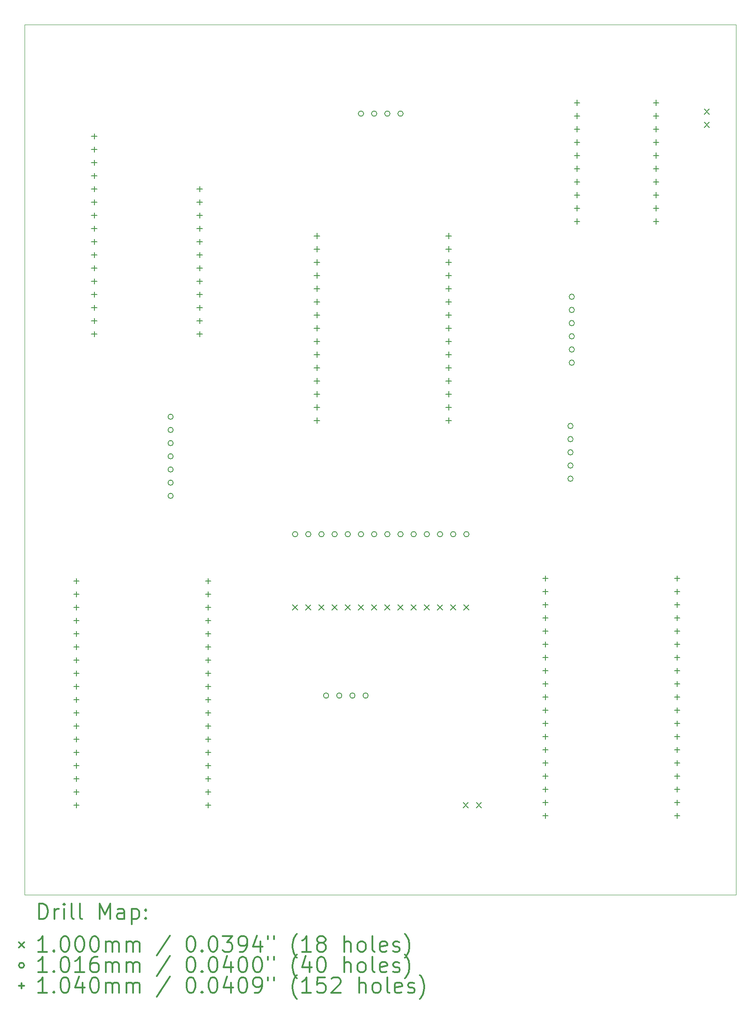
<source format=gbr>
%FSLAX45Y45*%
G04 Gerber Fmt 4.5, Leading zero omitted, Abs format (unit mm)*
G04 Created by KiCad (PCBNEW 5.99.0+really5.1.10+dfsg1-1) date 2021-09-08 20:42:58*
%MOMM*%
%LPD*%
G01*
G04 APERTURE LIST*
%TA.AperFunction,Profile*%
%ADD10C,0.100000*%
%TD*%
%ADD11C,0.200000*%
%ADD12C,0.300000*%
G04 APERTURE END LIST*
D10*
X3556000Y-19304000D02*
X3556000Y-2540000D01*
X17272000Y-19304000D02*
X3556000Y-19304000D01*
X17272000Y-2540000D02*
X17272000Y-19304000D01*
X3556000Y-2540000D02*
X17272000Y-2540000D01*
D11*
X8725700Y-13716800D02*
X8825700Y-13816800D01*
X8825700Y-13716800D02*
X8725700Y-13816800D01*
X8979700Y-13716800D02*
X9079700Y-13816800D01*
X9079700Y-13716800D02*
X8979700Y-13816800D01*
X9233700Y-13716800D02*
X9333700Y-13816800D01*
X9333700Y-13716800D02*
X9233700Y-13816800D01*
X9487700Y-13716800D02*
X9587700Y-13816800D01*
X9587700Y-13716800D02*
X9487700Y-13816800D01*
X9741700Y-13716800D02*
X9841700Y-13816800D01*
X9841700Y-13716800D02*
X9741700Y-13816800D01*
X9995700Y-13716800D02*
X10095700Y-13816800D01*
X10095700Y-13716800D02*
X9995700Y-13816800D01*
X10249700Y-13716800D02*
X10349700Y-13816800D01*
X10349700Y-13716800D02*
X10249700Y-13816800D01*
X10503700Y-13716800D02*
X10603700Y-13816800D01*
X10603700Y-13716800D02*
X10503700Y-13816800D01*
X10757700Y-13716800D02*
X10857700Y-13816800D01*
X10857700Y-13716800D02*
X10757700Y-13816800D01*
X11011700Y-13716800D02*
X11111700Y-13816800D01*
X11111700Y-13716800D02*
X11011700Y-13816800D01*
X11265700Y-13716800D02*
X11365700Y-13816800D01*
X11365700Y-13716800D02*
X11265700Y-13816800D01*
X11519700Y-13716800D02*
X11619700Y-13816800D01*
X11619700Y-13716800D02*
X11519700Y-13816800D01*
X11773700Y-13716800D02*
X11873700Y-13816800D01*
X11873700Y-13716800D02*
X11773700Y-13816800D01*
X12015000Y-17526800D02*
X12115000Y-17626800D01*
X12115000Y-17526800D02*
X12015000Y-17626800D01*
X12027700Y-13716800D02*
X12127700Y-13816800D01*
X12127700Y-13716800D02*
X12027700Y-13816800D01*
X12269000Y-17526800D02*
X12369000Y-17626800D01*
X12369000Y-17526800D02*
X12269000Y-17626800D01*
X16663200Y-4166400D02*
X16763200Y-4266400D01*
X16763200Y-4166400D02*
X16663200Y-4266400D01*
X16663200Y-4420400D02*
X16763200Y-4520400D01*
X16763200Y-4420400D02*
X16663200Y-4520400D01*
X6426200Y-10096500D02*
G75*
G03*
X6426200Y-10096500I-50800J0D01*
G01*
X6426200Y-10350500D02*
G75*
G03*
X6426200Y-10350500I-50800J0D01*
G01*
X6426200Y-10604500D02*
G75*
G03*
X6426200Y-10604500I-50800J0D01*
G01*
X6426200Y-10858500D02*
G75*
G03*
X6426200Y-10858500I-50800J0D01*
G01*
X6426200Y-11112500D02*
G75*
G03*
X6426200Y-11112500I-50800J0D01*
G01*
X6426200Y-11366500D02*
G75*
G03*
X6426200Y-11366500I-50800J0D01*
G01*
X6426200Y-11620500D02*
G75*
G03*
X6426200Y-11620500I-50800J0D01*
G01*
X8826500Y-12359132D02*
G75*
G03*
X8826500Y-12359132I-50800J0D01*
G01*
X9080500Y-12359132D02*
G75*
G03*
X9080500Y-12359132I-50800J0D01*
G01*
X9334500Y-12359132D02*
G75*
G03*
X9334500Y-12359132I-50800J0D01*
G01*
X9423400Y-15468600D02*
G75*
G03*
X9423400Y-15468600I-50800J0D01*
G01*
X9588500Y-12359132D02*
G75*
G03*
X9588500Y-12359132I-50800J0D01*
G01*
X9677400Y-15468600D02*
G75*
G03*
X9677400Y-15468600I-50800J0D01*
G01*
X9842500Y-12359132D02*
G75*
G03*
X9842500Y-12359132I-50800J0D01*
G01*
X9931400Y-15468600D02*
G75*
G03*
X9931400Y-15468600I-50800J0D01*
G01*
X10096500Y-4256532D02*
G75*
G03*
X10096500Y-4256532I-50800J0D01*
G01*
X10096500Y-12359132D02*
G75*
G03*
X10096500Y-12359132I-50800J0D01*
G01*
X10185400Y-15468600D02*
G75*
G03*
X10185400Y-15468600I-50800J0D01*
G01*
X10350500Y-4256532D02*
G75*
G03*
X10350500Y-4256532I-50800J0D01*
G01*
X10350500Y-12359132D02*
G75*
G03*
X10350500Y-12359132I-50800J0D01*
G01*
X10604500Y-4256532D02*
G75*
G03*
X10604500Y-4256532I-50800J0D01*
G01*
X10604500Y-12359132D02*
G75*
G03*
X10604500Y-12359132I-50800J0D01*
G01*
X10858500Y-4256532D02*
G75*
G03*
X10858500Y-4256532I-50800J0D01*
G01*
X10858500Y-12359132D02*
G75*
G03*
X10858500Y-12359132I-50800J0D01*
G01*
X11112500Y-12359132D02*
G75*
G03*
X11112500Y-12359132I-50800J0D01*
G01*
X11366500Y-12359132D02*
G75*
G03*
X11366500Y-12359132I-50800J0D01*
G01*
X11620500Y-12359132D02*
G75*
G03*
X11620500Y-12359132I-50800J0D01*
G01*
X11874500Y-12359132D02*
G75*
G03*
X11874500Y-12359132I-50800J0D01*
G01*
X12128500Y-12359132D02*
G75*
G03*
X12128500Y-12359132I-50800J0D01*
G01*
X14135100Y-10274300D02*
G75*
G03*
X14135100Y-10274300I-50800J0D01*
G01*
X14135100Y-10528300D02*
G75*
G03*
X14135100Y-10528300I-50800J0D01*
G01*
X14135100Y-10782300D02*
G75*
G03*
X14135100Y-10782300I-50800J0D01*
G01*
X14135100Y-11036300D02*
G75*
G03*
X14135100Y-11036300I-50800J0D01*
G01*
X14135100Y-11290300D02*
G75*
G03*
X14135100Y-11290300I-50800J0D01*
G01*
X14160500Y-7785100D02*
G75*
G03*
X14160500Y-7785100I-50800J0D01*
G01*
X14160500Y-8039100D02*
G75*
G03*
X14160500Y-8039100I-50800J0D01*
G01*
X14160500Y-8293100D02*
G75*
G03*
X14160500Y-8293100I-50800J0D01*
G01*
X14160500Y-8547100D02*
G75*
G03*
X14160500Y-8547100I-50800J0D01*
G01*
X14160500Y-8801100D02*
G75*
G03*
X14160500Y-8801100I-50800J0D01*
G01*
X14160500Y-9055100D02*
G75*
G03*
X14160500Y-9055100I-50800J0D01*
G01*
X4559300Y-13212000D02*
X4559300Y-13316000D01*
X4507300Y-13264000D02*
X4611300Y-13264000D01*
X4559300Y-13466000D02*
X4559300Y-13570000D01*
X4507300Y-13518000D02*
X4611300Y-13518000D01*
X4559300Y-13720000D02*
X4559300Y-13824000D01*
X4507300Y-13772000D02*
X4611300Y-13772000D01*
X4559300Y-13974000D02*
X4559300Y-14078000D01*
X4507300Y-14026000D02*
X4611300Y-14026000D01*
X4559300Y-14228000D02*
X4559300Y-14332000D01*
X4507300Y-14280000D02*
X4611300Y-14280000D01*
X4559300Y-14482000D02*
X4559300Y-14586000D01*
X4507300Y-14534000D02*
X4611300Y-14534000D01*
X4559300Y-14736000D02*
X4559300Y-14840000D01*
X4507300Y-14788000D02*
X4611300Y-14788000D01*
X4559300Y-14990000D02*
X4559300Y-15094000D01*
X4507300Y-15042000D02*
X4611300Y-15042000D01*
X4559300Y-15244000D02*
X4559300Y-15348000D01*
X4507300Y-15296000D02*
X4611300Y-15296000D01*
X4559300Y-15498000D02*
X4559300Y-15602000D01*
X4507300Y-15550000D02*
X4611300Y-15550000D01*
X4559300Y-15752000D02*
X4559300Y-15856000D01*
X4507300Y-15804000D02*
X4611300Y-15804000D01*
X4559300Y-16006000D02*
X4559300Y-16110000D01*
X4507300Y-16058000D02*
X4611300Y-16058000D01*
X4559300Y-16260000D02*
X4559300Y-16364000D01*
X4507300Y-16312000D02*
X4611300Y-16312000D01*
X4559300Y-16514000D02*
X4559300Y-16618000D01*
X4507300Y-16566000D02*
X4611300Y-16566000D01*
X4559300Y-16768000D02*
X4559300Y-16872000D01*
X4507300Y-16820000D02*
X4611300Y-16820000D01*
X4559300Y-17022000D02*
X4559300Y-17126000D01*
X4507300Y-17074000D02*
X4611300Y-17074000D01*
X4559300Y-17276000D02*
X4559300Y-17380000D01*
X4507300Y-17328000D02*
X4611300Y-17328000D01*
X4559300Y-17530000D02*
X4559300Y-17634000D01*
X4507300Y-17582000D02*
X4611300Y-17582000D01*
X4902200Y-4641800D02*
X4902200Y-4745800D01*
X4850200Y-4693800D02*
X4954200Y-4693800D01*
X4902200Y-4895800D02*
X4902200Y-4999800D01*
X4850200Y-4947800D02*
X4954200Y-4947800D01*
X4902200Y-5149800D02*
X4902200Y-5253800D01*
X4850200Y-5201800D02*
X4954200Y-5201800D01*
X4902200Y-5403800D02*
X4902200Y-5507800D01*
X4850200Y-5455800D02*
X4954200Y-5455800D01*
X4902200Y-5657800D02*
X4902200Y-5761800D01*
X4850200Y-5709800D02*
X4954200Y-5709800D01*
X4902200Y-5911800D02*
X4902200Y-6015800D01*
X4850200Y-5963800D02*
X4954200Y-5963800D01*
X4902200Y-6165800D02*
X4902200Y-6269800D01*
X4850200Y-6217800D02*
X4954200Y-6217800D01*
X4902200Y-6419800D02*
X4902200Y-6523800D01*
X4850200Y-6471800D02*
X4954200Y-6471800D01*
X4902200Y-6673800D02*
X4902200Y-6777800D01*
X4850200Y-6725800D02*
X4954200Y-6725800D01*
X4902200Y-6927800D02*
X4902200Y-7031800D01*
X4850200Y-6979800D02*
X4954200Y-6979800D01*
X4902200Y-7181800D02*
X4902200Y-7285800D01*
X4850200Y-7233800D02*
X4954200Y-7233800D01*
X4902200Y-7435800D02*
X4902200Y-7539800D01*
X4850200Y-7487800D02*
X4954200Y-7487800D01*
X4902200Y-7689800D02*
X4902200Y-7793800D01*
X4850200Y-7741800D02*
X4954200Y-7741800D01*
X4902200Y-7943800D02*
X4902200Y-8047800D01*
X4850200Y-7995800D02*
X4954200Y-7995800D01*
X4902200Y-8197800D02*
X4902200Y-8301800D01*
X4850200Y-8249800D02*
X4954200Y-8249800D01*
X4902200Y-8451800D02*
X4902200Y-8555800D01*
X4850200Y-8503800D02*
X4954200Y-8503800D01*
X6934200Y-5657800D02*
X6934200Y-5761800D01*
X6882200Y-5709800D02*
X6986200Y-5709800D01*
X6934200Y-5911800D02*
X6934200Y-6015800D01*
X6882200Y-5963800D02*
X6986200Y-5963800D01*
X6934200Y-6165800D02*
X6934200Y-6269800D01*
X6882200Y-6217800D02*
X6986200Y-6217800D01*
X6934200Y-6419800D02*
X6934200Y-6523800D01*
X6882200Y-6471800D02*
X6986200Y-6471800D01*
X6934200Y-6673800D02*
X6934200Y-6777800D01*
X6882200Y-6725800D02*
X6986200Y-6725800D01*
X6934200Y-6927800D02*
X6934200Y-7031800D01*
X6882200Y-6979800D02*
X6986200Y-6979800D01*
X6934200Y-7181800D02*
X6934200Y-7285800D01*
X6882200Y-7233800D02*
X6986200Y-7233800D01*
X6934200Y-7435800D02*
X6934200Y-7539800D01*
X6882200Y-7487800D02*
X6986200Y-7487800D01*
X6934200Y-7689800D02*
X6934200Y-7793800D01*
X6882200Y-7741800D02*
X6986200Y-7741800D01*
X6934200Y-7943800D02*
X6934200Y-8047800D01*
X6882200Y-7995800D02*
X6986200Y-7995800D01*
X6934200Y-8197800D02*
X6934200Y-8301800D01*
X6882200Y-8249800D02*
X6986200Y-8249800D01*
X6934200Y-8451800D02*
X6934200Y-8555800D01*
X6882200Y-8503800D02*
X6986200Y-8503800D01*
X7099300Y-13212000D02*
X7099300Y-13316000D01*
X7047300Y-13264000D02*
X7151300Y-13264000D01*
X7099300Y-13466000D02*
X7099300Y-13570000D01*
X7047300Y-13518000D02*
X7151300Y-13518000D01*
X7099300Y-13720000D02*
X7099300Y-13824000D01*
X7047300Y-13772000D02*
X7151300Y-13772000D01*
X7099300Y-13974000D02*
X7099300Y-14078000D01*
X7047300Y-14026000D02*
X7151300Y-14026000D01*
X7099300Y-14228000D02*
X7099300Y-14332000D01*
X7047300Y-14280000D02*
X7151300Y-14280000D01*
X7099300Y-14482000D02*
X7099300Y-14586000D01*
X7047300Y-14534000D02*
X7151300Y-14534000D01*
X7099300Y-14736000D02*
X7099300Y-14840000D01*
X7047300Y-14788000D02*
X7151300Y-14788000D01*
X7099300Y-14990000D02*
X7099300Y-15094000D01*
X7047300Y-15042000D02*
X7151300Y-15042000D01*
X7099300Y-15244000D02*
X7099300Y-15348000D01*
X7047300Y-15296000D02*
X7151300Y-15296000D01*
X7099300Y-15498000D02*
X7099300Y-15602000D01*
X7047300Y-15550000D02*
X7151300Y-15550000D01*
X7099300Y-15752000D02*
X7099300Y-15856000D01*
X7047300Y-15804000D02*
X7151300Y-15804000D01*
X7099300Y-16006000D02*
X7099300Y-16110000D01*
X7047300Y-16058000D02*
X7151300Y-16058000D01*
X7099300Y-16260000D02*
X7099300Y-16364000D01*
X7047300Y-16312000D02*
X7151300Y-16312000D01*
X7099300Y-16514000D02*
X7099300Y-16618000D01*
X7047300Y-16566000D02*
X7151300Y-16566000D01*
X7099300Y-16768000D02*
X7099300Y-16872000D01*
X7047300Y-16820000D02*
X7151300Y-16820000D01*
X7099300Y-17022000D02*
X7099300Y-17126000D01*
X7047300Y-17074000D02*
X7151300Y-17074000D01*
X7099300Y-17276000D02*
X7099300Y-17380000D01*
X7047300Y-17328000D02*
X7151300Y-17328000D01*
X7099300Y-17530000D02*
X7099300Y-17634000D01*
X7047300Y-17582000D02*
X7151300Y-17582000D01*
X9194800Y-6559500D02*
X9194800Y-6663500D01*
X9142800Y-6611500D02*
X9246800Y-6611500D01*
X9194800Y-6813500D02*
X9194800Y-6917500D01*
X9142800Y-6865500D02*
X9246800Y-6865500D01*
X9194800Y-7067500D02*
X9194800Y-7171500D01*
X9142800Y-7119500D02*
X9246800Y-7119500D01*
X9194800Y-7321500D02*
X9194800Y-7425500D01*
X9142800Y-7373500D02*
X9246800Y-7373500D01*
X9194800Y-7575500D02*
X9194800Y-7679500D01*
X9142800Y-7627500D02*
X9246800Y-7627500D01*
X9194800Y-7829500D02*
X9194800Y-7933500D01*
X9142800Y-7881500D02*
X9246800Y-7881500D01*
X9194800Y-8083500D02*
X9194800Y-8187500D01*
X9142800Y-8135500D02*
X9246800Y-8135500D01*
X9194800Y-8337500D02*
X9194800Y-8441500D01*
X9142800Y-8389500D02*
X9246800Y-8389500D01*
X9194800Y-8591500D02*
X9194800Y-8695500D01*
X9142800Y-8643500D02*
X9246800Y-8643500D01*
X9194800Y-8845500D02*
X9194800Y-8949500D01*
X9142800Y-8897500D02*
X9246800Y-8897500D01*
X9194800Y-9099500D02*
X9194800Y-9203500D01*
X9142800Y-9151500D02*
X9246800Y-9151500D01*
X9194800Y-9353500D02*
X9194800Y-9457500D01*
X9142800Y-9405500D02*
X9246800Y-9405500D01*
X9194800Y-9607500D02*
X9194800Y-9711500D01*
X9142800Y-9659500D02*
X9246800Y-9659500D01*
X9194800Y-9861500D02*
X9194800Y-9965500D01*
X9142800Y-9913500D02*
X9246800Y-9913500D01*
X9194800Y-10115500D02*
X9194800Y-10219500D01*
X9142800Y-10167500D02*
X9246800Y-10167500D01*
X11734800Y-6559500D02*
X11734800Y-6663500D01*
X11682800Y-6611500D02*
X11786800Y-6611500D01*
X11734800Y-6813500D02*
X11734800Y-6917500D01*
X11682800Y-6865500D02*
X11786800Y-6865500D01*
X11734800Y-7067500D02*
X11734800Y-7171500D01*
X11682800Y-7119500D02*
X11786800Y-7119500D01*
X11734800Y-7321500D02*
X11734800Y-7425500D01*
X11682800Y-7373500D02*
X11786800Y-7373500D01*
X11734800Y-7575500D02*
X11734800Y-7679500D01*
X11682800Y-7627500D02*
X11786800Y-7627500D01*
X11734800Y-7829500D02*
X11734800Y-7933500D01*
X11682800Y-7881500D02*
X11786800Y-7881500D01*
X11734800Y-8083500D02*
X11734800Y-8187500D01*
X11682800Y-8135500D02*
X11786800Y-8135500D01*
X11734800Y-8337500D02*
X11734800Y-8441500D01*
X11682800Y-8389500D02*
X11786800Y-8389500D01*
X11734800Y-8591500D02*
X11734800Y-8695500D01*
X11682800Y-8643500D02*
X11786800Y-8643500D01*
X11734800Y-8845500D02*
X11734800Y-8949500D01*
X11682800Y-8897500D02*
X11786800Y-8897500D01*
X11734800Y-9099500D02*
X11734800Y-9203500D01*
X11682800Y-9151500D02*
X11786800Y-9151500D01*
X11734800Y-9353500D02*
X11734800Y-9457500D01*
X11682800Y-9405500D02*
X11786800Y-9405500D01*
X11734800Y-9607500D02*
X11734800Y-9711500D01*
X11682800Y-9659500D02*
X11786800Y-9659500D01*
X11734800Y-9861500D02*
X11734800Y-9965500D01*
X11682800Y-9913500D02*
X11786800Y-9913500D01*
X11734800Y-10115500D02*
X11734800Y-10219500D01*
X11682800Y-10167500D02*
X11786800Y-10167500D01*
X13601700Y-13161200D02*
X13601700Y-13265200D01*
X13549700Y-13213200D02*
X13653700Y-13213200D01*
X13601700Y-13415200D02*
X13601700Y-13519200D01*
X13549700Y-13467200D02*
X13653700Y-13467200D01*
X13601700Y-13669200D02*
X13601700Y-13773200D01*
X13549700Y-13721200D02*
X13653700Y-13721200D01*
X13601700Y-13923200D02*
X13601700Y-14027200D01*
X13549700Y-13975200D02*
X13653700Y-13975200D01*
X13601700Y-14177200D02*
X13601700Y-14281200D01*
X13549700Y-14229200D02*
X13653700Y-14229200D01*
X13601700Y-14431200D02*
X13601700Y-14535200D01*
X13549700Y-14483200D02*
X13653700Y-14483200D01*
X13601700Y-14685200D02*
X13601700Y-14789200D01*
X13549700Y-14737200D02*
X13653700Y-14737200D01*
X13601700Y-14939200D02*
X13601700Y-15043200D01*
X13549700Y-14991200D02*
X13653700Y-14991200D01*
X13601700Y-15193200D02*
X13601700Y-15297200D01*
X13549700Y-15245200D02*
X13653700Y-15245200D01*
X13601700Y-15447200D02*
X13601700Y-15551200D01*
X13549700Y-15499200D02*
X13653700Y-15499200D01*
X13601700Y-15701200D02*
X13601700Y-15805200D01*
X13549700Y-15753200D02*
X13653700Y-15753200D01*
X13601700Y-15955200D02*
X13601700Y-16059200D01*
X13549700Y-16007200D02*
X13653700Y-16007200D01*
X13601700Y-16209200D02*
X13601700Y-16313200D01*
X13549700Y-16261200D02*
X13653700Y-16261200D01*
X13601700Y-16463200D02*
X13601700Y-16567200D01*
X13549700Y-16515200D02*
X13653700Y-16515200D01*
X13601700Y-16717200D02*
X13601700Y-16821200D01*
X13549700Y-16769200D02*
X13653700Y-16769200D01*
X13601700Y-16971200D02*
X13601700Y-17075200D01*
X13549700Y-17023200D02*
X13653700Y-17023200D01*
X13601700Y-17225200D02*
X13601700Y-17329200D01*
X13549700Y-17277200D02*
X13653700Y-17277200D01*
X13601700Y-17479200D02*
X13601700Y-17583200D01*
X13549700Y-17531200D02*
X13653700Y-17531200D01*
X13601700Y-17733200D02*
X13601700Y-17837200D01*
X13549700Y-17785200D02*
X13653700Y-17785200D01*
X14211300Y-3994100D02*
X14211300Y-4098100D01*
X14159300Y-4046100D02*
X14263300Y-4046100D01*
X14211300Y-4248100D02*
X14211300Y-4352100D01*
X14159300Y-4300100D02*
X14263300Y-4300100D01*
X14211300Y-4502100D02*
X14211300Y-4606100D01*
X14159300Y-4554100D02*
X14263300Y-4554100D01*
X14211300Y-4756100D02*
X14211300Y-4860100D01*
X14159300Y-4808100D02*
X14263300Y-4808100D01*
X14211300Y-5010100D02*
X14211300Y-5114100D01*
X14159300Y-5062100D02*
X14263300Y-5062100D01*
X14211300Y-5264100D02*
X14211300Y-5368100D01*
X14159300Y-5316100D02*
X14263300Y-5316100D01*
X14211300Y-5518100D02*
X14211300Y-5622100D01*
X14159300Y-5570100D02*
X14263300Y-5570100D01*
X14211300Y-5772100D02*
X14211300Y-5876100D01*
X14159300Y-5824100D02*
X14263300Y-5824100D01*
X14211300Y-6026100D02*
X14211300Y-6130100D01*
X14159300Y-6078100D02*
X14263300Y-6078100D01*
X14211300Y-6280100D02*
X14211300Y-6384100D01*
X14159300Y-6332100D02*
X14263300Y-6332100D01*
X15735300Y-3994100D02*
X15735300Y-4098100D01*
X15683300Y-4046100D02*
X15787300Y-4046100D01*
X15735300Y-4248100D02*
X15735300Y-4352100D01*
X15683300Y-4300100D02*
X15787300Y-4300100D01*
X15735300Y-4502100D02*
X15735300Y-4606100D01*
X15683300Y-4554100D02*
X15787300Y-4554100D01*
X15735300Y-4756100D02*
X15735300Y-4860100D01*
X15683300Y-4808100D02*
X15787300Y-4808100D01*
X15735300Y-5010100D02*
X15735300Y-5114100D01*
X15683300Y-5062100D02*
X15787300Y-5062100D01*
X15735300Y-5264100D02*
X15735300Y-5368100D01*
X15683300Y-5316100D02*
X15787300Y-5316100D01*
X15735300Y-5518100D02*
X15735300Y-5622100D01*
X15683300Y-5570100D02*
X15787300Y-5570100D01*
X15735300Y-5772100D02*
X15735300Y-5876100D01*
X15683300Y-5824100D02*
X15787300Y-5824100D01*
X15735300Y-6026100D02*
X15735300Y-6130100D01*
X15683300Y-6078100D02*
X15787300Y-6078100D01*
X15735300Y-6280100D02*
X15735300Y-6384100D01*
X15683300Y-6332100D02*
X15787300Y-6332100D01*
X16141700Y-13161200D02*
X16141700Y-13265200D01*
X16089700Y-13213200D02*
X16193700Y-13213200D01*
X16141700Y-13415200D02*
X16141700Y-13519200D01*
X16089700Y-13467200D02*
X16193700Y-13467200D01*
X16141700Y-13669200D02*
X16141700Y-13773200D01*
X16089700Y-13721200D02*
X16193700Y-13721200D01*
X16141700Y-13923200D02*
X16141700Y-14027200D01*
X16089700Y-13975200D02*
X16193700Y-13975200D01*
X16141700Y-14177200D02*
X16141700Y-14281200D01*
X16089700Y-14229200D02*
X16193700Y-14229200D01*
X16141700Y-14431200D02*
X16141700Y-14535200D01*
X16089700Y-14483200D02*
X16193700Y-14483200D01*
X16141700Y-14685200D02*
X16141700Y-14789200D01*
X16089700Y-14737200D02*
X16193700Y-14737200D01*
X16141700Y-14939200D02*
X16141700Y-15043200D01*
X16089700Y-14991200D02*
X16193700Y-14991200D01*
X16141700Y-15193200D02*
X16141700Y-15297200D01*
X16089700Y-15245200D02*
X16193700Y-15245200D01*
X16141700Y-15447200D02*
X16141700Y-15551200D01*
X16089700Y-15499200D02*
X16193700Y-15499200D01*
X16141700Y-15701200D02*
X16141700Y-15805200D01*
X16089700Y-15753200D02*
X16193700Y-15753200D01*
X16141700Y-15955200D02*
X16141700Y-16059200D01*
X16089700Y-16007200D02*
X16193700Y-16007200D01*
X16141700Y-16209200D02*
X16141700Y-16313200D01*
X16089700Y-16261200D02*
X16193700Y-16261200D01*
X16141700Y-16463200D02*
X16141700Y-16567200D01*
X16089700Y-16515200D02*
X16193700Y-16515200D01*
X16141700Y-16717200D02*
X16141700Y-16821200D01*
X16089700Y-16769200D02*
X16193700Y-16769200D01*
X16141700Y-16971200D02*
X16141700Y-17075200D01*
X16089700Y-17023200D02*
X16193700Y-17023200D01*
X16141700Y-17225200D02*
X16141700Y-17329200D01*
X16089700Y-17277200D02*
X16193700Y-17277200D01*
X16141700Y-17479200D02*
X16141700Y-17583200D01*
X16089700Y-17531200D02*
X16193700Y-17531200D01*
X16141700Y-17733200D02*
X16141700Y-17837200D01*
X16089700Y-17785200D02*
X16193700Y-17785200D01*
D12*
X3837428Y-19774714D02*
X3837428Y-19474714D01*
X3908857Y-19474714D01*
X3951714Y-19489000D01*
X3980286Y-19517572D01*
X3994571Y-19546143D01*
X4008857Y-19603286D01*
X4008857Y-19646143D01*
X3994571Y-19703286D01*
X3980286Y-19731857D01*
X3951714Y-19760429D01*
X3908857Y-19774714D01*
X3837428Y-19774714D01*
X4137428Y-19774714D02*
X4137428Y-19574714D01*
X4137428Y-19631857D02*
X4151714Y-19603286D01*
X4166000Y-19589000D01*
X4194571Y-19574714D01*
X4223143Y-19574714D01*
X4323143Y-19774714D02*
X4323143Y-19574714D01*
X4323143Y-19474714D02*
X4308857Y-19489000D01*
X4323143Y-19503286D01*
X4337428Y-19489000D01*
X4323143Y-19474714D01*
X4323143Y-19503286D01*
X4508857Y-19774714D02*
X4480286Y-19760429D01*
X4466000Y-19731857D01*
X4466000Y-19474714D01*
X4666000Y-19774714D02*
X4637428Y-19760429D01*
X4623143Y-19731857D01*
X4623143Y-19474714D01*
X5008857Y-19774714D02*
X5008857Y-19474714D01*
X5108857Y-19689000D01*
X5208857Y-19474714D01*
X5208857Y-19774714D01*
X5480286Y-19774714D02*
X5480286Y-19617572D01*
X5466000Y-19589000D01*
X5437428Y-19574714D01*
X5380286Y-19574714D01*
X5351714Y-19589000D01*
X5480286Y-19760429D02*
X5451714Y-19774714D01*
X5380286Y-19774714D01*
X5351714Y-19760429D01*
X5337428Y-19731857D01*
X5337428Y-19703286D01*
X5351714Y-19674714D01*
X5380286Y-19660429D01*
X5451714Y-19660429D01*
X5480286Y-19646143D01*
X5623143Y-19574714D02*
X5623143Y-19874714D01*
X5623143Y-19589000D02*
X5651714Y-19574714D01*
X5708857Y-19574714D01*
X5737428Y-19589000D01*
X5751714Y-19603286D01*
X5766000Y-19631857D01*
X5766000Y-19717572D01*
X5751714Y-19746143D01*
X5737428Y-19760429D01*
X5708857Y-19774714D01*
X5651714Y-19774714D01*
X5623143Y-19760429D01*
X5894571Y-19746143D02*
X5908857Y-19760429D01*
X5894571Y-19774714D01*
X5880286Y-19760429D01*
X5894571Y-19746143D01*
X5894571Y-19774714D01*
X5894571Y-19589000D02*
X5908857Y-19603286D01*
X5894571Y-19617572D01*
X5880286Y-19603286D01*
X5894571Y-19589000D01*
X5894571Y-19617572D01*
X3451000Y-20219000D02*
X3551000Y-20319000D01*
X3551000Y-20219000D02*
X3451000Y-20319000D01*
X3994571Y-20404714D02*
X3823143Y-20404714D01*
X3908857Y-20404714D02*
X3908857Y-20104714D01*
X3880286Y-20147572D01*
X3851714Y-20176143D01*
X3823143Y-20190429D01*
X4123143Y-20376143D02*
X4137428Y-20390429D01*
X4123143Y-20404714D01*
X4108857Y-20390429D01*
X4123143Y-20376143D01*
X4123143Y-20404714D01*
X4323143Y-20104714D02*
X4351714Y-20104714D01*
X4380286Y-20119000D01*
X4394571Y-20133286D01*
X4408857Y-20161857D01*
X4423143Y-20219000D01*
X4423143Y-20290429D01*
X4408857Y-20347572D01*
X4394571Y-20376143D01*
X4380286Y-20390429D01*
X4351714Y-20404714D01*
X4323143Y-20404714D01*
X4294571Y-20390429D01*
X4280286Y-20376143D01*
X4266000Y-20347572D01*
X4251714Y-20290429D01*
X4251714Y-20219000D01*
X4266000Y-20161857D01*
X4280286Y-20133286D01*
X4294571Y-20119000D01*
X4323143Y-20104714D01*
X4608857Y-20104714D02*
X4637428Y-20104714D01*
X4666000Y-20119000D01*
X4680286Y-20133286D01*
X4694571Y-20161857D01*
X4708857Y-20219000D01*
X4708857Y-20290429D01*
X4694571Y-20347572D01*
X4680286Y-20376143D01*
X4666000Y-20390429D01*
X4637428Y-20404714D01*
X4608857Y-20404714D01*
X4580286Y-20390429D01*
X4566000Y-20376143D01*
X4551714Y-20347572D01*
X4537428Y-20290429D01*
X4537428Y-20219000D01*
X4551714Y-20161857D01*
X4566000Y-20133286D01*
X4580286Y-20119000D01*
X4608857Y-20104714D01*
X4894571Y-20104714D02*
X4923143Y-20104714D01*
X4951714Y-20119000D01*
X4966000Y-20133286D01*
X4980286Y-20161857D01*
X4994571Y-20219000D01*
X4994571Y-20290429D01*
X4980286Y-20347572D01*
X4966000Y-20376143D01*
X4951714Y-20390429D01*
X4923143Y-20404714D01*
X4894571Y-20404714D01*
X4866000Y-20390429D01*
X4851714Y-20376143D01*
X4837428Y-20347572D01*
X4823143Y-20290429D01*
X4823143Y-20219000D01*
X4837428Y-20161857D01*
X4851714Y-20133286D01*
X4866000Y-20119000D01*
X4894571Y-20104714D01*
X5123143Y-20404714D02*
X5123143Y-20204714D01*
X5123143Y-20233286D02*
X5137428Y-20219000D01*
X5166000Y-20204714D01*
X5208857Y-20204714D01*
X5237428Y-20219000D01*
X5251714Y-20247572D01*
X5251714Y-20404714D01*
X5251714Y-20247572D02*
X5266000Y-20219000D01*
X5294571Y-20204714D01*
X5337428Y-20204714D01*
X5366000Y-20219000D01*
X5380286Y-20247572D01*
X5380286Y-20404714D01*
X5523143Y-20404714D02*
X5523143Y-20204714D01*
X5523143Y-20233286D02*
X5537428Y-20219000D01*
X5566000Y-20204714D01*
X5608857Y-20204714D01*
X5637428Y-20219000D01*
X5651714Y-20247572D01*
X5651714Y-20404714D01*
X5651714Y-20247572D02*
X5666000Y-20219000D01*
X5694571Y-20204714D01*
X5737428Y-20204714D01*
X5766000Y-20219000D01*
X5780286Y-20247572D01*
X5780286Y-20404714D01*
X6366000Y-20090429D02*
X6108857Y-20476143D01*
X6751714Y-20104714D02*
X6780286Y-20104714D01*
X6808857Y-20119000D01*
X6823143Y-20133286D01*
X6837428Y-20161857D01*
X6851714Y-20219000D01*
X6851714Y-20290429D01*
X6837428Y-20347572D01*
X6823143Y-20376143D01*
X6808857Y-20390429D01*
X6780286Y-20404714D01*
X6751714Y-20404714D01*
X6723143Y-20390429D01*
X6708857Y-20376143D01*
X6694571Y-20347572D01*
X6680286Y-20290429D01*
X6680286Y-20219000D01*
X6694571Y-20161857D01*
X6708857Y-20133286D01*
X6723143Y-20119000D01*
X6751714Y-20104714D01*
X6980286Y-20376143D02*
X6994571Y-20390429D01*
X6980286Y-20404714D01*
X6966000Y-20390429D01*
X6980286Y-20376143D01*
X6980286Y-20404714D01*
X7180286Y-20104714D02*
X7208857Y-20104714D01*
X7237428Y-20119000D01*
X7251714Y-20133286D01*
X7266000Y-20161857D01*
X7280286Y-20219000D01*
X7280286Y-20290429D01*
X7266000Y-20347572D01*
X7251714Y-20376143D01*
X7237428Y-20390429D01*
X7208857Y-20404714D01*
X7180286Y-20404714D01*
X7151714Y-20390429D01*
X7137428Y-20376143D01*
X7123143Y-20347572D01*
X7108857Y-20290429D01*
X7108857Y-20219000D01*
X7123143Y-20161857D01*
X7137428Y-20133286D01*
X7151714Y-20119000D01*
X7180286Y-20104714D01*
X7380286Y-20104714D02*
X7566000Y-20104714D01*
X7466000Y-20219000D01*
X7508857Y-20219000D01*
X7537428Y-20233286D01*
X7551714Y-20247572D01*
X7566000Y-20276143D01*
X7566000Y-20347572D01*
X7551714Y-20376143D01*
X7537428Y-20390429D01*
X7508857Y-20404714D01*
X7423143Y-20404714D01*
X7394571Y-20390429D01*
X7380286Y-20376143D01*
X7708857Y-20404714D02*
X7766000Y-20404714D01*
X7794571Y-20390429D01*
X7808857Y-20376143D01*
X7837428Y-20333286D01*
X7851714Y-20276143D01*
X7851714Y-20161857D01*
X7837428Y-20133286D01*
X7823143Y-20119000D01*
X7794571Y-20104714D01*
X7737428Y-20104714D01*
X7708857Y-20119000D01*
X7694571Y-20133286D01*
X7680286Y-20161857D01*
X7680286Y-20233286D01*
X7694571Y-20261857D01*
X7708857Y-20276143D01*
X7737428Y-20290429D01*
X7794571Y-20290429D01*
X7823143Y-20276143D01*
X7837428Y-20261857D01*
X7851714Y-20233286D01*
X8108857Y-20204714D02*
X8108857Y-20404714D01*
X8037428Y-20090429D02*
X7966000Y-20304714D01*
X8151714Y-20304714D01*
X8251714Y-20104714D02*
X8251714Y-20161857D01*
X8366000Y-20104714D02*
X8366000Y-20161857D01*
X8808857Y-20519000D02*
X8794571Y-20504714D01*
X8766000Y-20461857D01*
X8751714Y-20433286D01*
X8737428Y-20390429D01*
X8723143Y-20319000D01*
X8723143Y-20261857D01*
X8737428Y-20190429D01*
X8751714Y-20147572D01*
X8766000Y-20119000D01*
X8794571Y-20076143D01*
X8808857Y-20061857D01*
X9080286Y-20404714D02*
X8908857Y-20404714D01*
X8994571Y-20404714D02*
X8994571Y-20104714D01*
X8966000Y-20147572D01*
X8937428Y-20176143D01*
X8908857Y-20190429D01*
X9251714Y-20233286D02*
X9223143Y-20219000D01*
X9208857Y-20204714D01*
X9194571Y-20176143D01*
X9194571Y-20161857D01*
X9208857Y-20133286D01*
X9223143Y-20119000D01*
X9251714Y-20104714D01*
X9308857Y-20104714D01*
X9337428Y-20119000D01*
X9351714Y-20133286D01*
X9366000Y-20161857D01*
X9366000Y-20176143D01*
X9351714Y-20204714D01*
X9337428Y-20219000D01*
X9308857Y-20233286D01*
X9251714Y-20233286D01*
X9223143Y-20247572D01*
X9208857Y-20261857D01*
X9194571Y-20290429D01*
X9194571Y-20347572D01*
X9208857Y-20376143D01*
X9223143Y-20390429D01*
X9251714Y-20404714D01*
X9308857Y-20404714D01*
X9337428Y-20390429D01*
X9351714Y-20376143D01*
X9366000Y-20347572D01*
X9366000Y-20290429D01*
X9351714Y-20261857D01*
X9337428Y-20247572D01*
X9308857Y-20233286D01*
X9723143Y-20404714D02*
X9723143Y-20104714D01*
X9851714Y-20404714D02*
X9851714Y-20247572D01*
X9837428Y-20219000D01*
X9808857Y-20204714D01*
X9766000Y-20204714D01*
X9737428Y-20219000D01*
X9723143Y-20233286D01*
X10037428Y-20404714D02*
X10008857Y-20390429D01*
X9994571Y-20376143D01*
X9980286Y-20347572D01*
X9980286Y-20261857D01*
X9994571Y-20233286D01*
X10008857Y-20219000D01*
X10037428Y-20204714D01*
X10080286Y-20204714D01*
X10108857Y-20219000D01*
X10123143Y-20233286D01*
X10137428Y-20261857D01*
X10137428Y-20347572D01*
X10123143Y-20376143D01*
X10108857Y-20390429D01*
X10080286Y-20404714D01*
X10037428Y-20404714D01*
X10308857Y-20404714D02*
X10280286Y-20390429D01*
X10266000Y-20361857D01*
X10266000Y-20104714D01*
X10537428Y-20390429D02*
X10508857Y-20404714D01*
X10451714Y-20404714D01*
X10423143Y-20390429D01*
X10408857Y-20361857D01*
X10408857Y-20247572D01*
X10423143Y-20219000D01*
X10451714Y-20204714D01*
X10508857Y-20204714D01*
X10537428Y-20219000D01*
X10551714Y-20247572D01*
X10551714Y-20276143D01*
X10408857Y-20304714D01*
X10666000Y-20390429D02*
X10694571Y-20404714D01*
X10751714Y-20404714D01*
X10780286Y-20390429D01*
X10794571Y-20361857D01*
X10794571Y-20347572D01*
X10780286Y-20319000D01*
X10751714Y-20304714D01*
X10708857Y-20304714D01*
X10680286Y-20290429D01*
X10666000Y-20261857D01*
X10666000Y-20247572D01*
X10680286Y-20219000D01*
X10708857Y-20204714D01*
X10751714Y-20204714D01*
X10780286Y-20219000D01*
X10894571Y-20519000D02*
X10908857Y-20504714D01*
X10937428Y-20461857D01*
X10951714Y-20433286D01*
X10966000Y-20390429D01*
X10980286Y-20319000D01*
X10980286Y-20261857D01*
X10966000Y-20190429D01*
X10951714Y-20147572D01*
X10937428Y-20119000D01*
X10908857Y-20076143D01*
X10894571Y-20061857D01*
X3551000Y-20665000D02*
G75*
G03*
X3551000Y-20665000I-50800J0D01*
G01*
X3994571Y-20800714D02*
X3823143Y-20800714D01*
X3908857Y-20800714D02*
X3908857Y-20500714D01*
X3880286Y-20543572D01*
X3851714Y-20572143D01*
X3823143Y-20586429D01*
X4123143Y-20772143D02*
X4137428Y-20786429D01*
X4123143Y-20800714D01*
X4108857Y-20786429D01*
X4123143Y-20772143D01*
X4123143Y-20800714D01*
X4323143Y-20500714D02*
X4351714Y-20500714D01*
X4380286Y-20515000D01*
X4394571Y-20529286D01*
X4408857Y-20557857D01*
X4423143Y-20615000D01*
X4423143Y-20686429D01*
X4408857Y-20743572D01*
X4394571Y-20772143D01*
X4380286Y-20786429D01*
X4351714Y-20800714D01*
X4323143Y-20800714D01*
X4294571Y-20786429D01*
X4280286Y-20772143D01*
X4266000Y-20743572D01*
X4251714Y-20686429D01*
X4251714Y-20615000D01*
X4266000Y-20557857D01*
X4280286Y-20529286D01*
X4294571Y-20515000D01*
X4323143Y-20500714D01*
X4708857Y-20800714D02*
X4537428Y-20800714D01*
X4623143Y-20800714D02*
X4623143Y-20500714D01*
X4594571Y-20543572D01*
X4566000Y-20572143D01*
X4537428Y-20586429D01*
X4966000Y-20500714D02*
X4908857Y-20500714D01*
X4880286Y-20515000D01*
X4866000Y-20529286D01*
X4837428Y-20572143D01*
X4823143Y-20629286D01*
X4823143Y-20743572D01*
X4837428Y-20772143D01*
X4851714Y-20786429D01*
X4880286Y-20800714D01*
X4937428Y-20800714D01*
X4966000Y-20786429D01*
X4980286Y-20772143D01*
X4994571Y-20743572D01*
X4994571Y-20672143D01*
X4980286Y-20643572D01*
X4966000Y-20629286D01*
X4937428Y-20615000D01*
X4880286Y-20615000D01*
X4851714Y-20629286D01*
X4837428Y-20643572D01*
X4823143Y-20672143D01*
X5123143Y-20800714D02*
X5123143Y-20600714D01*
X5123143Y-20629286D02*
X5137428Y-20615000D01*
X5166000Y-20600714D01*
X5208857Y-20600714D01*
X5237428Y-20615000D01*
X5251714Y-20643572D01*
X5251714Y-20800714D01*
X5251714Y-20643572D02*
X5266000Y-20615000D01*
X5294571Y-20600714D01*
X5337428Y-20600714D01*
X5366000Y-20615000D01*
X5380286Y-20643572D01*
X5380286Y-20800714D01*
X5523143Y-20800714D02*
X5523143Y-20600714D01*
X5523143Y-20629286D02*
X5537428Y-20615000D01*
X5566000Y-20600714D01*
X5608857Y-20600714D01*
X5637428Y-20615000D01*
X5651714Y-20643572D01*
X5651714Y-20800714D01*
X5651714Y-20643572D02*
X5666000Y-20615000D01*
X5694571Y-20600714D01*
X5737428Y-20600714D01*
X5766000Y-20615000D01*
X5780286Y-20643572D01*
X5780286Y-20800714D01*
X6366000Y-20486429D02*
X6108857Y-20872143D01*
X6751714Y-20500714D02*
X6780286Y-20500714D01*
X6808857Y-20515000D01*
X6823143Y-20529286D01*
X6837428Y-20557857D01*
X6851714Y-20615000D01*
X6851714Y-20686429D01*
X6837428Y-20743572D01*
X6823143Y-20772143D01*
X6808857Y-20786429D01*
X6780286Y-20800714D01*
X6751714Y-20800714D01*
X6723143Y-20786429D01*
X6708857Y-20772143D01*
X6694571Y-20743572D01*
X6680286Y-20686429D01*
X6680286Y-20615000D01*
X6694571Y-20557857D01*
X6708857Y-20529286D01*
X6723143Y-20515000D01*
X6751714Y-20500714D01*
X6980286Y-20772143D02*
X6994571Y-20786429D01*
X6980286Y-20800714D01*
X6966000Y-20786429D01*
X6980286Y-20772143D01*
X6980286Y-20800714D01*
X7180286Y-20500714D02*
X7208857Y-20500714D01*
X7237428Y-20515000D01*
X7251714Y-20529286D01*
X7266000Y-20557857D01*
X7280286Y-20615000D01*
X7280286Y-20686429D01*
X7266000Y-20743572D01*
X7251714Y-20772143D01*
X7237428Y-20786429D01*
X7208857Y-20800714D01*
X7180286Y-20800714D01*
X7151714Y-20786429D01*
X7137428Y-20772143D01*
X7123143Y-20743572D01*
X7108857Y-20686429D01*
X7108857Y-20615000D01*
X7123143Y-20557857D01*
X7137428Y-20529286D01*
X7151714Y-20515000D01*
X7180286Y-20500714D01*
X7537428Y-20600714D02*
X7537428Y-20800714D01*
X7466000Y-20486429D02*
X7394571Y-20700714D01*
X7580286Y-20700714D01*
X7751714Y-20500714D02*
X7780286Y-20500714D01*
X7808857Y-20515000D01*
X7823143Y-20529286D01*
X7837428Y-20557857D01*
X7851714Y-20615000D01*
X7851714Y-20686429D01*
X7837428Y-20743572D01*
X7823143Y-20772143D01*
X7808857Y-20786429D01*
X7780286Y-20800714D01*
X7751714Y-20800714D01*
X7723143Y-20786429D01*
X7708857Y-20772143D01*
X7694571Y-20743572D01*
X7680286Y-20686429D01*
X7680286Y-20615000D01*
X7694571Y-20557857D01*
X7708857Y-20529286D01*
X7723143Y-20515000D01*
X7751714Y-20500714D01*
X8037428Y-20500714D02*
X8066000Y-20500714D01*
X8094571Y-20515000D01*
X8108857Y-20529286D01*
X8123143Y-20557857D01*
X8137428Y-20615000D01*
X8137428Y-20686429D01*
X8123143Y-20743572D01*
X8108857Y-20772143D01*
X8094571Y-20786429D01*
X8066000Y-20800714D01*
X8037428Y-20800714D01*
X8008857Y-20786429D01*
X7994571Y-20772143D01*
X7980286Y-20743572D01*
X7966000Y-20686429D01*
X7966000Y-20615000D01*
X7980286Y-20557857D01*
X7994571Y-20529286D01*
X8008857Y-20515000D01*
X8037428Y-20500714D01*
X8251714Y-20500714D02*
X8251714Y-20557857D01*
X8366000Y-20500714D02*
X8366000Y-20557857D01*
X8808857Y-20915000D02*
X8794571Y-20900714D01*
X8766000Y-20857857D01*
X8751714Y-20829286D01*
X8737428Y-20786429D01*
X8723143Y-20715000D01*
X8723143Y-20657857D01*
X8737428Y-20586429D01*
X8751714Y-20543572D01*
X8766000Y-20515000D01*
X8794571Y-20472143D01*
X8808857Y-20457857D01*
X9051714Y-20600714D02*
X9051714Y-20800714D01*
X8980286Y-20486429D02*
X8908857Y-20700714D01*
X9094571Y-20700714D01*
X9266000Y-20500714D02*
X9294571Y-20500714D01*
X9323143Y-20515000D01*
X9337428Y-20529286D01*
X9351714Y-20557857D01*
X9366000Y-20615000D01*
X9366000Y-20686429D01*
X9351714Y-20743572D01*
X9337428Y-20772143D01*
X9323143Y-20786429D01*
X9294571Y-20800714D01*
X9266000Y-20800714D01*
X9237428Y-20786429D01*
X9223143Y-20772143D01*
X9208857Y-20743572D01*
X9194571Y-20686429D01*
X9194571Y-20615000D01*
X9208857Y-20557857D01*
X9223143Y-20529286D01*
X9237428Y-20515000D01*
X9266000Y-20500714D01*
X9723143Y-20800714D02*
X9723143Y-20500714D01*
X9851714Y-20800714D02*
X9851714Y-20643572D01*
X9837428Y-20615000D01*
X9808857Y-20600714D01*
X9766000Y-20600714D01*
X9737428Y-20615000D01*
X9723143Y-20629286D01*
X10037428Y-20800714D02*
X10008857Y-20786429D01*
X9994571Y-20772143D01*
X9980286Y-20743572D01*
X9980286Y-20657857D01*
X9994571Y-20629286D01*
X10008857Y-20615000D01*
X10037428Y-20600714D01*
X10080286Y-20600714D01*
X10108857Y-20615000D01*
X10123143Y-20629286D01*
X10137428Y-20657857D01*
X10137428Y-20743572D01*
X10123143Y-20772143D01*
X10108857Y-20786429D01*
X10080286Y-20800714D01*
X10037428Y-20800714D01*
X10308857Y-20800714D02*
X10280286Y-20786429D01*
X10266000Y-20757857D01*
X10266000Y-20500714D01*
X10537428Y-20786429D02*
X10508857Y-20800714D01*
X10451714Y-20800714D01*
X10423143Y-20786429D01*
X10408857Y-20757857D01*
X10408857Y-20643572D01*
X10423143Y-20615000D01*
X10451714Y-20600714D01*
X10508857Y-20600714D01*
X10537428Y-20615000D01*
X10551714Y-20643572D01*
X10551714Y-20672143D01*
X10408857Y-20700714D01*
X10666000Y-20786429D02*
X10694571Y-20800714D01*
X10751714Y-20800714D01*
X10780286Y-20786429D01*
X10794571Y-20757857D01*
X10794571Y-20743572D01*
X10780286Y-20715000D01*
X10751714Y-20700714D01*
X10708857Y-20700714D01*
X10680286Y-20686429D01*
X10666000Y-20657857D01*
X10666000Y-20643572D01*
X10680286Y-20615000D01*
X10708857Y-20600714D01*
X10751714Y-20600714D01*
X10780286Y-20615000D01*
X10894571Y-20915000D02*
X10908857Y-20900714D01*
X10937428Y-20857857D01*
X10951714Y-20829286D01*
X10966000Y-20786429D01*
X10980286Y-20715000D01*
X10980286Y-20657857D01*
X10966000Y-20586429D01*
X10951714Y-20543572D01*
X10937428Y-20515000D01*
X10908857Y-20472143D01*
X10894571Y-20457857D01*
X3499000Y-21009000D02*
X3499000Y-21113000D01*
X3447000Y-21061000D02*
X3551000Y-21061000D01*
X3994571Y-21196714D02*
X3823143Y-21196714D01*
X3908857Y-21196714D02*
X3908857Y-20896714D01*
X3880286Y-20939572D01*
X3851714Y-20968143D01*
X3823143Y-20982429D01*
X4123143Y-21168143D02*
X4137428Y-21182429D01*
X4123143Y-21196714D01*
X4108857Y-21182429D01*
X4123143Y-21168143D01*
X4123143Y-21196714D01*
X4323143Y-20896714D02*
X4351714Y-20896714D01*
X4380286Y-20911000D01*
X4394571Y-20925286D01*
X4408857Y-20953857D01*
X4423143Y-21011000D01*
X4423143Y-21082429D01*
X4408857Y-21139572D01*
X4394571Y-21168143D01*
X4380286Y-21182429D01*
X4351714Y-21196714D01*
X4323143Y-21196714D01*
X4294571Y-21182429D01*
X4280286Y-21168143D01*
X4266000Y-21139572D01*
X4251714Y-21082429D01*
X4251714Y-21011000D01*
X4266000Y-20953857D01*
X4280286Y-20925286D01*
X4294571Y-20911000D01*
X4323143Y-20896714D01*
X4680286Y-20996714D02*
X4680286Y-21196714D01*
X4608857Y-20882429D02*
X4537428Y-21096714D01*
X4723143Y-21096714D01*
X4894571Y-20896714D02*
X4923143Y-20896714D01*
X4951714Y-20911000D01*
X4966000Y-20925286D01*
X4980286Y-20953857D01*
X4994571Y-21011000D01*
X4994571Y-21082429D01*
X4980286Y-21139572D01*
X4966000Y-21168143D01*
X4951714Y-21182429D01*
X4923143Y-21196714D01*
X4894571Y-21196714D01*
X4866000Y-21182429D01*
X4851714Y-21168143D01*
X4837428Y-21139572D01*
X4823143Y-21082429D01*
X4823143Y-21011000D01*
X4837428Y-20953857D01*
X4851714Y-20925286D01*
X4866000Y-20911000D01*
X4894571Y-20896714D01*
X5123143Y-21196714D02*
X5123143Y-20996714D01*
X5123143Y-21025286D02*
X5137428Y-21011000D01*
X5166000Y-20996714D01*
X5208857Y-20996714D01*
X5237428Y-21011000D01*
X5251714Y-21039572D01*
X5251714Y-21196714D01*
X5251714Y-21039572D02*
X5266000Y-21011000D01*
X5294571Y-20996714D01*
X5337428Y-20996714D01*
X5366000Y-21011000D01*
X5380286Y-21039572D01*
X5380286Y-21196714D01*
X5523143Y-21196714D02*
X5523143Y-20996714D01*
X5523143Y-21025286D02*
X5537428Y-21011000D01*
X5566000Y-20996714D01*
X5608857Y-20996714D01*
X5637428Y-21011000D01*
X5651714Y-21039572D01*
X5651714Y-21196714D01*
X5651714Y-21039572D02*
X5666000Y-21011000D01*
X5694571Y-20996714D01*
X5737428Y-20996714D01*
X5766000Y-21011000D01*
X5780286Y-21039572D01*
X5780286Y-21196714D01*
X6366000Y-20882429D02*
X6108857Y-21268143D01*
X6751714Y-20896714D02*
X6780286Y-20896714D01*
X6808857Y-20911000D01*
X6823143Y-20925286D01*
X6837428Y-20953857D01*
X6851714Y-21011000D01*
X6851714Y-21082429D01*
X6837428Y-21139572D01*
X6823143Y-21168143D01*
X6808857Y-21182429D01*
X6780286Y-21196714D01*
X6751714Y-21196714D01*
X6723143Y-21182429D01*
X6708857Y-21168143D01*
X6694571Y-21139572D01*
X6680286Y-21082429D01*
X6680286Y-21011000D01*
X6694571Y-20953857D01*
X6708857Y-20925286D01*
X6723143Y-20911000D01*
X6751714Y-20896714D01*
X6980286Y-21168143D02*
X6994571Y-21182429D01*
X6980286Y-21196714D01*
X6966000Y-21182429D01*
X6980286Y-21168143D01*
X6980286Y-21196714D01*
X7180286Y-20896714D02*
X7208857Y-20896714D01*
X7237428Y-20911000D01*
X7251714Y-20925286D01*
X7266000Y-20953857D01*
X7280286Y-21011000D01*
X7280286Y-21082429D01*
X7266000Y-21139572D01*
X7251714Y-21168143D01*
X7237428Y-21182429D01*
X7208857Y-21196714D01*
X7180286Y-21196714D01*
X7151714Y-21182429D01*
X7137428Y-21168143D01*
X7123143Y-21139572D01*
X7108857Y-21082429D01*
X7108857Y-21011000D01*
X7123143Y-20953857D01*
X7137428Y-20925286D01*
X7151714Y-20911000D01*
X7180286Y-20896714D01*
X7537428Y-20996714D02*
X7537428Y-21196714D01*
X7466000Y-20882429D02*
X7394571Y-21096714D01*
X7580286Y-21096714D01*
X7751714Y-20896714D02*
X7780286Y-20896714D01*
X7808857Y-20911000D01*
X7823143Y-20925286D01*
X7837428Y-20953857D01*
X7851714Y-21011000D01*
X7851714Y-21082429D01*
X7837428Y-21139572D01*
X7823143Y-21168143D01*
X7808857Y-21182429D01*
X7780286Y-21196714D01*
X7751714Y-21196714D01*
X7723143Y-21182429D01*
X7708857Y-21168143D01*
X7694571Y-21139572D01*
X7680286Y-21082429D01*
X7680286Y-21011000D01*
X7694571Y-20953857D01*
X7708857Y-20925286D01*
X7723143Y-20911000D01*
X7751714Y-20896714D01*
X7994571Y-21196714D02*
X8051714Y-21196714D01*
X8080286Y-21182429D01*
X8094571Y-21168143D01*
X8123143Y-21125286D01*
X8137428Y-21068143D01*
X8137428Y-20953857D01*
X8123143Y-20925286D01*
X8108857Y-20911000D01*
X8080286Y-20896714D01*
X8023143Y-20896714D01*
X7994571Y-20911000D01*
X7980286Y-20925286D01*
X7966000Y-20953857D01*
X7966000Y-21025286D01*
X7980286Y-21053857D01*
X7994571Y-21068143D01*
X8023143Y-21082429D01*
X8080286Y-21082429D01*
X8108857Y-21068143D01*
X8123143Y-21053857D01*
X8137428Y-21025286D01*
X8251714Y-20896714D02*
X8251714Y-20953857D01*
X8366000Y-20896714D02*
X8366000Y-20953857D01*
X8808857Y-21311000D02*
X8794571Y-21296714D01*
X8766000Y-21253857D01*
X8751714Y-21225286D01*
X8737428Y-21182429D01*
X8723143Y-21111000D01*
X8723143Y-21053857D01*
X8737428Y-20982429D01*
X8751714Y-20939572D01*
X8766000Y-20911000D01*
X8794571Y-20868143D01*
X8808857Y-20853857D01*
X9080286Y-21196714D02*
X8908857Y-21196714D01*
X8994571Y-21196714D02*
X8994571Y-20896714D01*
X8966000Y-20939572D01*
X8937428Y-20968143D01*
X8908857Y-20982429D01*
X9351714Y-20896714D02*
X9208857Y-20896714D01*
X9194571Y-21039572D01*
X9208857Y-21025286D01*
X9237428Y-21011000D01*
X9308857Y-21011000D01*
X9337428Y-21025286D01*
X9351714Y-21039572D01*
X9366000Y-21068143D01*
X9366000Y-21139572D01*
X9351714Y-21168143D01*
X9337428Y-21182429D01*
X9308857Y-21196714D01*
X9237428Y-21196714D01*
X9208857Y-21182429D01*
X9194571Y-21168143D01*
X9480286Y-20925286D02*
X9494571Y-20911000D01*
X9523143Y-20896714D01*
X9594571Y-20896714D01*
X9623143Y-20911000D01*
X9637428Y-20925286D01*
X9651714Y-20953857D01*
X9651714Y-20982429D01*
X9637428Y-21025286D01*
X9466000Y-21196714D01*
X9651714Y-21196714D01*
X10008857Y-21196714D02*
X10008857Y-20896714D01*
X10137428Y-21196714D02*
X10137428Y-21039572D01*
X10123143Y-21011000D01*
X10094571Y-20996714D01*
X10051714Y-20996714D01*
X10023143Y-21011000D01*
X10008857Y-21025286D01*
X10323143Y-21196714D02*
X10294571Y-21182429D01*
X10280286Y-21168143D01*
X10266000Y-21139572D01*
X10266000Y-21053857D01*
X10280286Y-21025286D01*
X10294571Y-21011000D01*
X10323143Y-20996714D01*
X10366000Y-20996714D01*
X10394571Y-21011000D01*
X10408857Y-21025286D01*
X10423143Y-21053857D01*
X10423143Y-21139572D01*
X10408857Y-21168143D01*
X10394571Y-21182429D01*
X10366000Y-21196714D01*
X10323143Y-21196714D01*
X10594571Y-21196714D02*
X10566000Y-21182429D01*
X10551714Y-21153857D01*
X10551714Y-20896714D01*
X10823143Y-21182429D02*
X10794571Y-21196714D01*
X10737428Y-21196714D01*
X10708857Y-21182429D01*
X10694571Y-21153857D01*
X10694571Y-21039572D01*
X10708857Y-21011000D01*
X10737428Y-20996714D01*
X10794571Y-20996714D01*
X10823143Y-21011000D01*
X10837428Y-21039572D01*
X10837428Y-21068143D01*
X10694571Y-21096714D01*
X10951714Y-21182429D02*
X10980286Y-21196714D01*
X11037428Y-21196714D01*
X11066000Y-21182429D01*
X11080286Y-21153857D01*
X11080286Y-21139572D01*
X11066000Y-21111000D01*
X11037428Y-21096714D01*
X10994571Y-21096714D01*
X10966000Y-21082429D01*
X10951714Y-21053857D01*
X10951714Y-21039572D01*
X10966000Y-21011000D01*
X10994571Y-20996714D01*
X11037428Y-20996714D01*
X11066000Y-21011000D01*
X11180286Y-21311000D02*
X11194571Y-21296714D01*
X11223143Y-21253857D01*
X11237428Y-21225286D01*
X11251714Y-21182429D01*
X11266000Y-21111000D01*
X11266000Y-21053857D01*
X11251714Y-20982429D01*
X11237428Y-20939572D01*
X11223143Y-20911000D01*
X11194571Y-20868143D01*
X11180286Y-20853857D01*
M02*

</source>
